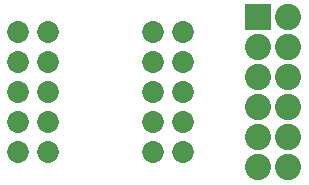
<source format=gbr>
G04 EAGLE Gerber X2 export*
%TF.Part,Single*%
%TF.FileFunction,Soldermask,Bot,1*%
%TF.FilePolarity,Negative*%
%TF.GenerationSoftware,Autodesk,EAGLE,8.6.3*%
%TF.CreationDate,2023-09-30T00:22:19Z*%
G75*
%MOMM*%
%FSLAX34Y34*%
%LPD*%
%AMOC8*
5,1,8,0,0,1.08239X$1,22.5*%
G01*
%ADD10C,1.853200*%
%ADD11R,2.228200X2.228200*%
%ADD12C,2.228200*%


D10*
X80010Y157480D03*
X54610Y157480D03*
X80010Y132080D03*
X54610Y132080D03*
X80010Y106680D03*
X54610Y106680D03*
X54610Y81280D03*
X80010Y81280D03*
X54610Y55880D03*
X80010Y55880D03*
X194310Y157480D03*
X168910Y157480D03*
X194310Y132080D03*
X168910Y132080D03*
X194310Y106680D03*
X168910Y106680D03*
X168910Y81280D03*
X194310Y81280D03*
X168910Y55880D03*
X194310Y55880D03*
D11*
X257810Y170180D03*
D12*
X283210Y170180D03*
X257810Y144780D03*
X283210Y144780D03*
X257810Y119380D03*
X283210Y119380D03*
X257810Y93980D03*
X283210Y93980D03*
X257810Y68580D03*
X283210Y68580D03*
X257810Y43180D03*
X283210Y43180D03*
M02*

</source>
